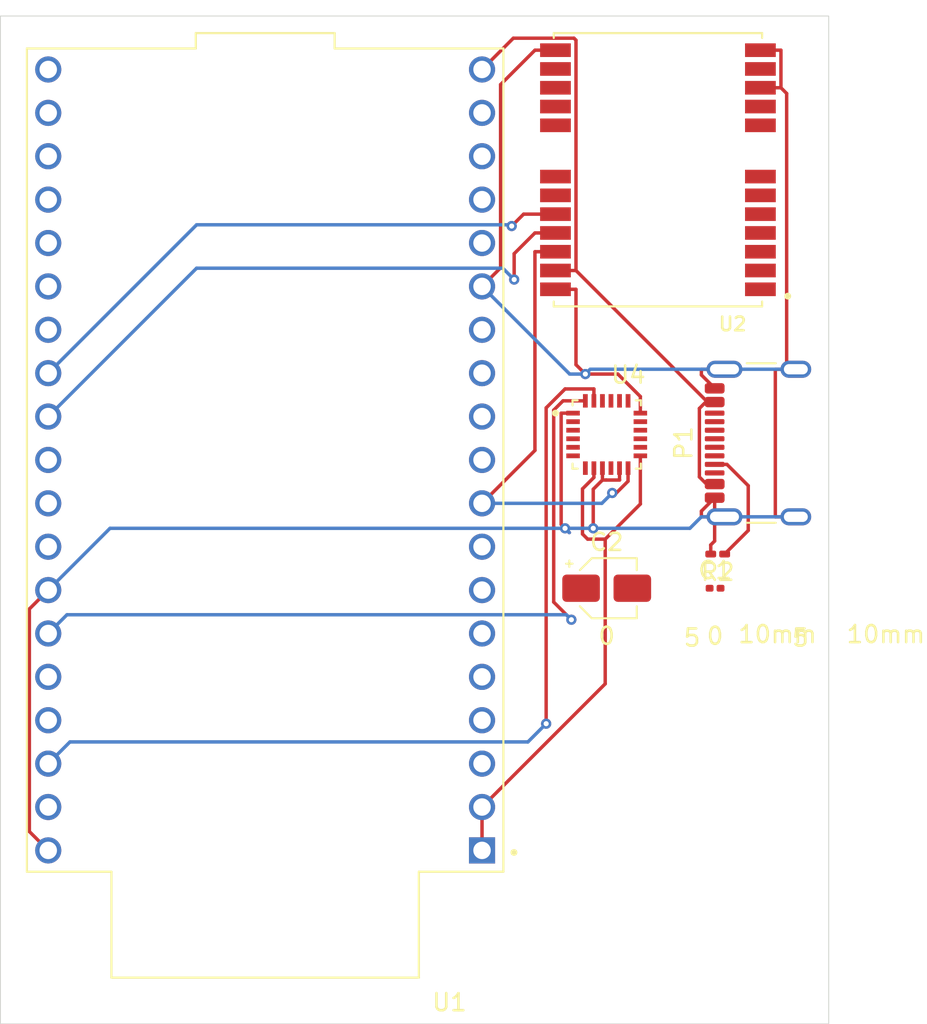
<source format=kicad_pcb>
(kicad_pcb (version 20241229) (generator "pcbnew") (generator_version "9.0")
  (layers (0 "F.Cu" signal) (2 "B.Cu" signal) (13 "F.Paste" user) (15 "B.Paste" user) (5 "F.SilkS" user "F.Silkscreen") (7 "B.SilkS" user "B.Silkscreen") (1 "F.Mask" user) (3 "B.Mask" user) (25 "Edge.Cuts" user))
  (net 0 "")
  (net 9 "Net-(U1-EXT_5V)")
  (net 11 "GND")
  (net 14 "Net-(P1-CC)")
  (net 15 "Net-(U1-IO16)")
  (net 19 "Net-(U1-IO25)")
  (net 20 "Net-(U1-IO21)")
  (net 22 "Net-(U1-3V3)")
  (net 24 "Net-(U1-IO22)")
  (net 32 "Net-(U1-IO17)")
  (net 58 "Net-(U4-CPOUT)")
  (net 61 "Net-(U4-REGOUT)")
  (footprint "ESP32-DEVKITC:MODULE_ESP32-DEVKITC" (layer "F.Cu") (at 111.5 79.5 180)
    (property "Reference" "U1" (at -10.795 -31.75 0) (layer "F.SilkS"))
    (property "Value" "ESP32-DEVKITC")
    (fp_line (start 13.95 24.1) (end 13.95 -24.1) (stroke (width 0.127)) (layer "F.SilkS"))
    (fp_line (start 13.95 -24.1) (end 9 -24.1) (stroke (width 0.127)) (layer "F.SilkS"))
    (fp_line (start 9 -30.3) (end 9 -24.1) (stroke (width 0.127)) (layer "F.SilkS"))
    (fp_line (start 4.06 25) (end 4.06 24.1) (stroke (width 0.127)) (layer "F.SilkS"))
    (fp_line (start 4.06 24.1) (end 13.95 24.1) (stroke (width 0.127)) (layer "F.SilkS"))
    (fp_line (start -4.07 25) (end 4.06 25) (stroke (width 0.127)) (layer "F.SilkS"))
    (fp_line (start -4.07 24.1) (end -4.07 25) (stroke (width 0.127)) (layer "F.SilkS"))
    (fp_line (start -9 -24.1) (end -9 -30.3) (stroke (width 0.127)) (layer "F.SilkS"))
    (fp_line (start -9 -24.1) (end -13.95 -24.1) (stroke (width 0.127)) (layer "F.SilkS"))
    (fp_line (start -9 -30.3) (end 9 -30.3) (stroke (width 0.127)) (layer "F.SilkS"))
    (fp_line (start -13.95 24.1) (end -4.07 24.1) (stroke (width 0.127)) (layer "F.SilkS"))
    (fp_line (start -13.95 -24.1) (end -13.95 24.1) (stroke (width 0.127)) (layer "F.SilkS"))
    (fp_circle (center -14.57 -22.97) (end -14.47 -22.97) (stroke (width 0.2)) (fill no) (layer "F.SilkS"))
    (pad "1" thru_hole rect (at -12.7 -22.85 180) (size 1.53 1.53) (drill 1.02) (layers "*.Cu" "*.Mask") (net 22 "Net-(U1-3V3)"))
    (pad "2" thru_hole circle (at -12.7 -20.31 180) (size 1.53 1.53) (drill 1.02) (layers "*.Cu" "*.Mask") (net 22 "Net-(U1-3V3)"))
    (pad "3" thru_hole circle (at -12.7 -17.77 180) (size 1.53 1.53) (drill 1.02) (layers "*.Cu" "*.Mask"))
    (pad "4" thru_hole circle (at -12.7 -15.23 180) (size 1.53 1.53) (drill 1.02) (layers "*.Cu" "*.Mask"))
    (pad "5" thru_hole circle (at -12.7 -12.69 180) (size 1.53 1.53) (drill 1.02) (layers "*.Cu" "*.Mask"))
    (pad "6" thru_hole circle (at -12.7 -10.15 180) (size 1.53 1.53) (drill 1.02) (layers "*.Cu" "*.Mask"))
    (pad "7" thru_hole circle (at -12.7 -7.61 180) (size 1.53 1.53) (drill 1.02) (layers "*.Cu" "*.Mask"))
    (pad "8" thru_hole circle (at -12.7 -5.07 180) (size 1.53 1.53) (drill 1.02) (layers "*.Cu" "*.Mask"))
    (pad "9" thru_hole circle (at -12.7 -2.53 180) (size 1.53 1.53) (drill 1.02) (layers "*.Cu" "*.Mask") (net 19 "Net-(U1-IO25)"))
    (pad "10" thru_hole circle (at -12.7 0.01 180) (size 1.53 1.53) (drill 1.02) (layers "*.Cu" "*.Mask"))
    (pad "11" thru_hole circle (at -12.7 2.55 180) (size 1.53 1.53) (drill 1.02) (layers "*.Cu" "*.Mask"))
    (pad "12" thru_hole circle (at -12.7 5.09 180) (size 1.53 1.53) (drill 1.02) (layers "*.Cu" "*.Mask"))
    (pad "13" thru_hole circle (at -12.7 7.63 180) (size 1.53 1.53) (drill 1.02) (layers "*.Cu" "*.Mask"))
    (pad "14" thru_hole circle (at -12.7 10.17 180) (size 1.53 1.53) (drill 1.02) (layers "*.Cu" "*.Mask") (net 11 "GND"))
    (pad "15" thru_hole circle (at -12.7 12.71 180) (size 1.53 1.53) (drill 1.02) (layers "*.Cu" "*.Mask"))
    (pad "16" thru_hole circle (at -12.7 15.25 180) (size 1.53 1.53) (drill 1.02) (layers "*.Cu" "*.Mask"))
    (pad "17" thru_hole circle (at -12.7 17.79 180) (size 1.53 1.53) (drill 1.02) (layers "*.Cu" "*.Mask"))
    (pad "18" thru_hole circle (at -12.7 20.33 180) (size 1.53 1.53) (drill 1.02) (layers "*.Cu" "*.Mask"))
    (pad "19" thru_hole circle (at -12.7 22.87 180) (size 1.53 1.53) (drill 1.02) (layers "*.Cu" "*.Mask") (net 9 "Net-(U1-EXT_5V)"))
    (pad "20" thru_hole circle (at 12.7 22.87 180) (size 1.53 1.53) (drill 1.02) (layers "*.Cu" "*.Mask"))
    (pad "21" thru_hole circle (at 12.7 20.33 180) (size 1.53 1.53) (drill 1.02) (layers "*.Cu" "*.Mask"))
    (pad "22" thru_hole circle (at 12.7 17.79 180) (size 1.53 1.53) (drill 1.02) (layers "*.Cu" "*.Mask"))
    (pad "23" thru_hole circle (at 12.7 15.25 180) (size 1.53 1.53) (drill 1.02) (layers "*.Cu" "*.Mask"))
    (pad "24" thru_hole circle (at 12.7 12.71 180) (size 1.53 1.53) (drill 1.02) (layers "*.Cu" "*.Mask"))
    (pad "25" thru_hole circle (at 12.7 10.17 180) (size 1.53 1.53) (drill 1.02) (layers "*.Cu" "*.Mask"))
    (pad "26" thru_hole circle (at 12.7 7.63 180) (size 1.53 1.53) (drill 1.02) (layers "*.Cu" "*.Mask"))
    (pad "27" thru_hole circle (at 12.7 5.09 180) (size 1.53 1.53) (drill 1.02) (layers "*.Cu" "*.Mask") (net 15 "Net-(U1-IO16)"))
    (pad "28" thru_hole circle (at 12.7 2.55 180) (size 1.53 1.53) (drill 1.02) (layers "*.Cu" "*.Mask") (net 32 "Net-(U1-IO17)"))
    (pad "29" thru_hole circle (at 12.7 0.01 180) (size 1.53 1.53) (drill 1.02) (layers "*.Cu" "*.Mask"))
    (pad "30" thru_hole circle (at 12.7 -2.53 180) (size 1.53 1.53) (drill 1.02) (layers "*.Cu" "*.Mask"))
    (pad "31" thru_hole circle (at 12.7 -5.07 180) (size 1.53 1.53) (drill 1.02) (layers "*.Cu" "*.Mask"))
    (pad "32" thru_hole circle (at 12.7 -7.61 180) (size 1.53 1.53) (drill 1.02) (layers "*.Cu" "*.Mask") (net 11 "GND"))
    (pad "33" thru_hole circle (at 12.7 -10.15 180) (size 1.53 1.53) (drill 1.02) (layers "*.Cu" "*.Mask") (net 20 "Net-(U1-IO21)"))
    (pad "34" thru_hole circle (at 12.7 -12.69 180) (size 1.53 1.53) (drill 1.02) (layers "*.Cu" "*.Mask"))
    (pad "35" thru_hole circle (at 12.7 -15.23 180) (size 1.53 1.53) (drill 1.02) (layers "*.Cu" "*.Mask"))
    (pad "36" thru_hole circle (at 12.7 -17.77 180) (size 1.53 1.53) (drill 1.02) (layers "*.Cu" "*.Mask") (net 24 "Net-(U1-IO22)"))
    (pad "37" thru_hole circle (at 12.7 -20.31 180) (size 1.53 1.53) (drill 1.02) (layers "*.Cu" "*.Mask"))
    (pad "38" thru_hole circle (at 12.7 -22.85 180) (size 1.53 1.53) (drill 1.02) (layers "*.Cu" "*.Mask") (net 11 "GND"))
  )
  (footprint "Resistor_SMD:R_0201_0603Metric_Pad0.64x0.40mm_HandSolder" (layer "F.Cu") (at 138 85 180)
    (property "Reference" "R2" (at 0 -1.05 0) (layer "F.SilkS"))
    (property "Value" "5.1k")
    (pad "1" smd roundrect (at -0.4075 0 180) (size 0.635 0.4) (layers "F.Cu" "F.Mask") (net 14 "Net-(P1-CC)"))
    (pad "2" smd roundrect (at 0.4075 0 180) (size 0.635 0.4) (layers "F.Cu" "F.Mask") (net 11 "GND"))
  )
  (footprint "Capacitor_SMD:C_0201_0603Metric" (layer "F.Cu") (at 137.845 87)
    (property "Reference" "C1" (at 0 -1.05 0) (layer "F.SilkS"))
    (property "Value" "0.1u")
    (fp_text user "0" (at 0 2.79908 0) (layer "F.SilkS"))
    (fp_text user "5" (at 4.99872 2.90068 0) (layer "F.SilkS"))
    (fp_text user "10mm" (at 9.99998 2.70002 0) (layer "F.SilkS"))
    (pad "1" smd roundrect (at -0.32 0) (size 0.46 0.4) (layers "F.Cu" "F.Mask"))
    (pad "2" smd roundrect (at 0.32 0) (size 0.46 0.4) (layers "F.Cu" "F.Mask"))
  )
  (footprint "NEO-6M-GPS:XCVR_NEO-6M-GPS" (layer "F.Cu") (at 134.5 62.5 180)
    (property "Reference" "U2" (at -4.37237 -9.03505 0) (layer "F.SilkS") (effects (font (size 0.8 0.8))))
    (property "Value" "NEO-6M-GPS")
    (fp_line (start 6.1 8) (end 6.1 7.72) (stroke (width 0.127)) (layer "F.SilkS"))
    (fp_line (start 6.1 -8) (end 6.1 -7.72) (stroke (width 0.127)) (layer "F.SilkS"))
    (fp_line (start -6.1 8) (end 6.1 8) (stroke (width 0.127)) (layer "F.SilkS"))
    (fp_line (start -6.1 7.72) (end -6.1 8) (stroke (width 0.127)) (layer "F.SilkS"))
    (fp_line (start -6.1 -7.72) (end -6.1 -8) (stroke (width 0.127)) (layer "F.SilkS"))
    (fp_line (start -6.1 -8) (end 6.1 -8) (stroke (width 0.127)) (layer "F.SilkS"))
    (fp_circle (center -7.6 -7.4) (end -7.5 -7.4) (stroke (width 0.2)) (fill no) (layer "F.SilkS"))
    (pad "1" smd rect (at -6 -7 180) (size 1.8 0.8) (layers "F.Cu" "F.Mask"))
    (pad "2" smd rect (at -6 -5.9 180) (size 1.8 0.8) (layers "F.Cu" "F.Mask"))
    (pad "3" smd rect (at -6 -4.8 180) (size 1.8 0.8) (layers "F.Cu" "F.Mask"))
    (pad "4" smd rect (at -6 -3.7 180) (size 1.8 0.8) (layers "F.Cu" "F.Mask"))
    (pad "5" smd rect (at -6 -2.6 180) (size 1.8 0.8) (layers "F.Cu" "F.Mask"))
    (pad "6" smd rect (at -6 -1.5 180) (size 1.8 0.8) (layers "F.Cu" "F.Mask"))
    (pad "7" smd rect (at -6 -0.4 180) (size 1.8 0.8) (layers "F.Cu" "F.Mask"))
    (pad "8" smd rect (at -6 2.6 180) (size 1.8 0.8) (layers "F.Cu" "F.Mask"))
    (pad "9" smd rect (at -6 3.7 180) (size 1.8 0.8) (layers "F.Cu" "F.Mask"))
    (pad "10" smd rect (at -6 4.8 180) (size 1.8 0.8) (layers "F.Cu" "F.Mask") (net 11 "GND"))
    (pad "11" smd rect (at -6 5.9 180) (size 1.8 0.8) (layers "F.Cu" "F.Mask"))
    (pad "12" smd rect (at -6 7 180) (size 1.8 0.8) (layers "F.Cu" "F.Mask") (net 11 "GND"))
    (pad "13" smd rect (at 6 7 180) (size 1.8 0.8) (layers "F.Cu" "F.Mask") (net 11 "GND"))
    (pad "14" smd rect (at 6 5.9 180) (size 1.8 0.8) (layers "F.Cu" "F.Mask"))
    (pad "15" smd rect (at 6 4.8 180) (size 1.8 0.8) (layers "F.Cu" "F.Mask"))
    (pad "16" smd rect (at 6 3.7 180) (size 1.8 0.8) (layers "F.Cu" "F.Mask"))
    (pad "17" smd rect (at 6 2.6 180) (size 1.8 0.8) (layers "F.Cu" "F.Mask"))
    (pad "18" smd rect (at 6 -0.4 180) (size 1.8 0.8) (layers "F.Cu" "F.Mask"))
    (pad "19" smd rect (at 6 -1.5 180) (size 1.8 0.8) (layers "F.Cu" "F.Mask"))
    (pad "20" smd rect (at 6 -2.6 180) (size 1.8 0.8) (layers "F.Cu" "F.Mask") (net 15 "Net-(U1-IO16)"))
    (pad "21" smd rect (at 6 -3.7 180) (size 1.8 0.8) (layers "F.Cu" "F.Mask") (net 32 "Net-(U1-IO17)"))
    (pad "22" smd rect (at 6 -4.8 180) (size 1.8 0.8) (layers "F.Cu" "F.Mask") (net 19 "Net-(U1-IO25)"))
    (pad "23" smd rect (at 6 -5.9 180) (size 1.8 0.8) (layers "F.Cu" "F.Mask") (net 9 "Net-(U1-EXT_5V)"))
    (pad "24" smd rect (at 6 -7 180) (size 1.8 0.8) (layers "F.Cu" "F.Mask") (net 11 "GND"))
  )
  (footprint "Capacitor_SMD:CP_Elec_3x5.4" (layer "F.Cu") (at 131.5 87)
    (property "Reference" "C2" (at 0 -2.7 0) (layer "F.SilkS"))
    (property "Value" "2.2n")
    (fp_line (start -2.375 -1.435) (end -2 -1.435) (stroke (width 0.12)) (layer "F.SilkS"))
    (fp_line (start -2.1875 -1.6225) (end -2.1875 -1.2475) (stroke (width 0.12)) (layer "F.SilkS"))
    (fp_line (start -1.570563 -1.06) (end -0.870563 -1.76) (stroke (width 0.12)) (layer "F.SilkS"))
    (fp_line (start -1.570563 1.06) (end -0.870563 1.76) (stroke (width 0.12)) (layer "F.SilkS"))
    (fp_line (start -0.870563 -1.76) (end 1.76 -1.76) (stroke (width 0.12)) (layer "F.SilkS"))
    (fp_line (start -0.870563 1.76) (end 1.76 1.76) (stroke (width 0.12)) (layer "F.SilkS"))
    (fp_line (start 1.76 -1.76) (end 1.76 -1.06) (stroke (width 0.12)) (layer "F.SilkS"))
    (fp_line (start 1.76 1.76) (end 1.76 1.06) (stroke (width 0.12)) (layer "F.SilkS"))
    (fp_text user "5" (at 4.99872 2.90068 0) (layer "F.SilkS"))
    (fp_text user "0" (at 0 2.79908 0) (layer "F.SilkS"))
    (fp_text user "10mm" (at 9.99998 2.70002 0) (layer "F.SilkS"))
    (pad "1" smd roundrect (at -1.5 0) (size 2.2 1.6) (layers "F.Cu" "F.Mask" "F.Paste") (roundrect_rratio 0.15625))
    (pad "2" smd roundrect (at 1.5 0) (size 2.2 1.6) (layers "F.Cu" "F.Mask" "F.Paste") (roundrect_rratio 0.15625))
  )
  (footprint "Battery:Battery_CR1225" (layer "F.Cu") (at 136 103.5)
    (property "Reference" "REF**" (hide yes))
    (property "Value" "Battery_CR1225")
  )
  (footprint "Connector_USB:USB_C_Receptacle_GCT_USB4105-xx-A_16P_TopMnt_Horizontal" (layer "F.Cu") (at 141.5 78.5 90)
    (property "Reference" "P1" (at 0 -5.5 90) (layer "F.SilkS"))
    (property "Value" "USB_C_Plug_USB2.0")
    (fp_line (start 4.67 -0.1) (end 4.67 -1.8) (stroke (width 0.12)) (layer "F.SilkS"))
    (fp_line (start -4.67 -0.1) (end -4.67 -1.8) (stroke (width 0.12)) (layer "F.SilkS"))
    (pad "" np_thru_hole circle (at -2.89 -2.605 90) (size 0.65 0.65) (drill 0.65) (layers "*.Cu" "*.Mask"))
    (pad "" np_thru_hole circle (at 2.89 -2.605 90) (size 0.65 0.65) (drill 0.65) (layers "*.Cu" "*.Mask"))
    (pad "A1" smd roundrect (at -3.2 -3.68 90) (size 0.6 1.15) (layers "F.Cu" "F.Mask" "F.Paste") (net 11 "GND"))
    (pad "A4" smd roundrect (at -2.4 -3.68 90) (size 0.6 1.15) (layers "F.Cu" "F.Mask" "F.Paste") (net 9 "Net-(U1-EXT_5V)"))
    (pad "A5" smd roundrect (at -1.25 -3.68 90) (size 0.3 1.15) (layers "F.Cu" "F.Mask" "F.Paste") (net 14 "Net-(P1-CC)"))
    (pad "A6" smd roundrect (at -0.25 -3.68 90) (size 0.3 1.15) (layers "F.Cu" "F.Mask" "F.Paste"))
    (pad "A7" smd roundrect (at 0.25 -3.68 90) (size 0.3 1.15) (layers "F.Cu" "F.Mask" "F.Paste"))
    (pad "A8" smd roundrect (at 1.25 -3.68 90) (size 0.3 1.15) (layers "F.Cu" "F.Mask" "F.Paste"))
    (pad "A9" smd roundrect (at 2.4 -3.68 90) (size 0.6 1.15) (layers "F.Cu" "F.Mask" "F.Paste") (net 9 "Net-(U1-EXT_5V)"))
    (pad "A12" smd roundrect (at 3.2 -3.68 90) (size 0.6 1.15) (layers "F.Cu" "F.Mask" "F.Paste") (net 11 "GND"))
    (pad "B1" smd roundrect (at 3.2 -3.68 90) (size 0.6 1.15) (layers "F.Cu" "F.Mask" "F.Paste") (net 11 "GND"))
    (pad "B4" smd roundrect (at 2.4 -3.68 90) (size 0.6 1.15) (layers "F.Cu" "F.Mask" "F.Paste") (net 9 "Net-(U1-EXT_5V)"))
    (pad "B5" smd roundrect (at 1.75 -3.68 90) (size 0.3 1.15) (layers "F.Cu" "F.Mask" "F.Paste"))
    (pad "B6" smd roundrect (at 0.75 -3.68 90) (size 0.3 1.15) (layers "F.Cu" "F.Mask" "F.Paste"))
    (pad "B7" smd roundrect (at -0.75 -3.68 90) (size 0.3 1.15) (layers "F.Cu" "F.Mask" "F.Paste"))
    (pad "B8" smd roundrect (at -1.75 -3.68 90) (size 0.3 1.15) (layers "F.Cu" "F.Mask" "F.Paste"))
    (pad "B9" smd roundrect (at -2.4 -3.68 90) (size 0.6 1.15) (layers "F.Cu" "F.Mask" "F.Paste") (net 9 "Net-(U1-EXT_5V)"))
    (pad "B12" smd roundrect (at -3.2 -3.68 90) (size 0.6 1.15) (layers "F.Cu" "F.Mask" "F.Paste") (net 11 "GND"))
    (pad "S1" thru_hole oval (at -4.32 -3.105 90) (size 1 2.1) (drill oval 0.6 1.7) (property pad_prop_heatsink) (layers "*.Cu" "*.Mask" "F.Paste") (net 11 "GND"))
    (pad "S1" thru_hole oval (at -4.32 1.075 90) (size 1 1.8) (drill oval 0.6 1.4) (property pad_prop_heatsink) (layers "*.Cu" "*.Mask" "F.Paste") (net 11 "GND"))
    (pad "S1" thru_hole oval (at 4.32 -3.105 90) (size 1 2.1) (drill oval 0.6 1.7) (property pad_prop_heatsink) (layers "*.Cu" "*.Mask" "F.Paste") (net 11 "GND"))
    (pad "S1" thru_hole oval (at 4.32 1.075 90) (size 1 1.8) (drill oval 0.6 1.4) (property pad_prop_heatsink) (layers "*.Cu" "*.Mask" "F.Paste") (net 11 "GND"))
  )
  (footprint "MPU-6050-A:QFN50P400X400X95-24N" (layer "F.Cu") (at 131.5 78)
    (property "Reference" "U4" (at 1.27 -3.4925 0) (layer "F.SilkS"))
    (property "Value" "MPU-6050-A")
    (fp_line (start -2 -2) (end -2 -1.705) (stroke (width 0.127)) (layer "F.SilkS"))
    (fp_line (start -2 -2) (end -1.705 -2) (stroke (width 0.127)) (layer "F.SilkS"))
    (fp_line (start -2 2) (end -2 1.705) (stroke (width 0.127)) (layer "F.SilkS"))
    (fp_line (start -2 2) (end -1.705 2) (stroke (width 0.127)) (layer "F.SilkS"))
    (fp_line (start 2 -2) (end 1.705 -2) (stroke (width 0.127)) (layer "F.SilkS"))
    (fp_line (start 2 -2) (end 2 -1.705) (stroke (width 0.127)) (layer "F.SilkS"))
    (fp_line (start 2 2) (end 1.705 2) (stroke (width 0.127)) (layer "F.SilkS"))
    (fp_line (start 2 2) (end 2 1.705) (stroke (width 0.127)) (layer "F.SilkS"))
    (fp_circle (center -3 -1.25) (end -2.9 -1.25) (stroke (width 0.2)) (fill no) (layer "F.SilkS"))
    (pad "1" smd rect (at -1.97 -1.25) (size 0.79 0.28) (layers "F.Cu" "F.Mask" "F.Paste") (net 11 "GND"))
    (pad "2" smd rect (at -1.97 -0.75) (size 0.79 0.28) (layers "F.Cu" "F.Mask" "F.Paste"))
    (pad "3" smd rect (at -1.97 -0.25) (size 0.79 0.28) (layers "F.Cu" "F.Mask" "F.Paste"))
    (pad "4" smd rect (at -1.97 0.25) (size 0.79 0.28) (layers "F.Cu" "F.Mask" "F.Paste"))
    (pad "5" smd rect (at -1.97 0.75) (size 0.79 0.28) (layers "F.Cu" "F.Mask" "F.Paste"))
    (pad "6" smd rect (at -1.97 1.25) (size 0.79 0.28) (layers "F.Cu" "F.Mask" "F.Paste"))
    (pad "7" smd rect (at -1.25 1.97) (size 0.28 0.79) (layers "F.Cu" "F.Mask" "F.Paste"))
    (pad "8" smd rect (at -0.75 1.97) (size 0.28 0.79) (layers "F.Cu" "F.Mask" "F.Paste") (net 22 "Net-(U1-3V3)"))
    (pad "9" smd rect (at -0.25 1.97) (size 0.28 0.79) (layers "F.Cu" "F.Mask" "F.Paste") (net 11 "GND"))
    (pad "10" smd rect (at 0.25 1.97) (size 0.28 0.79) (layers "F.Cu" "F.Mask" "F.Paste") (net 61 "Net-(U4-REGOUT)"))
    (pad "11" smd rect (at 0.75 1.97) (size 0.28 0.79) (layers "F.Cu" "F.Mask" "F.Paste") (net 11 "GND"))
    (pad "12" smd rect (at 1.25 1.97) (size 0.28 0.79) (layers "F.Cu" "F.Mask" "F.Paste") (net 19 "Net-(U1-IO25)"))
    (pad "13" smd rect (at 1.97 1.25) (size 0.79 0.28) (layers "F.Cu" "F.Mask" "F.Paste") (net 22 "Net-(U1-3V3)"))
    (pad "14" smd rect (at 1.97 0.75) (size 0.79 0.28) (layers "F.Cu" "F.Mask" "F.Paste"))
    (pad "15" smd rect (at 1.97 0.25) (size 0.79 0.28) (layers "F.Cu" "F.Mask" "F.Paste"))
    (pad "16" smd rect (at 1.97 -0.25) (size 0.79 0.28) (layers "F.Cu" "F.Mask" "F.Paste"))
    (pad "17" smd rect (at 1.97 -0.75) (size 0.79 0.28) (layers "F.Cu" "F.Mask" "F.Paste"))
    (pad "18" smd rect (at 1.97 -1.25) (size 0.79 0.28) (layers "F.Cu" "F.Mask" "F.Paste") (net 11 "GND"))
    (pad "19" smd rect (at 1.25 -1.97) (size 0.28 0.79) (layers "F.Cu" "F.Mask" "F.Paste"))
    (pad "20" smd rect (at 0.75 -1.97) (size 0.28 0.79) (layers "F.Cu" "F.Mask" "F.Paste") (net 58 "Net-(U4-CPOUT)"))
    (pad "21" smd rect (at 0.25 -1.97) (size 0.28 0.79) (layers "F.Cu" "F.Mask" "F.Paste"))
    (pad "22" smd rect (at -0.25 -1.97) (size 0.28 0.79) (layers "F.Cu" "F.Mask" "F.Paste"))
    (pad "23" smd rect (at -0.75 -1.97) (size 0.28 0.79) (layers "F.Cu" "F.Mask" "F.Paste") (net 24 "Net-(U1-IO22)"))
    (pad "24" smd rect (at -1.25 -1.97) (size 0.28 0.79) (layers "F.Cu" "F.Mask" "F.Paste") (net 20 "Net-(U1-IO21)"))
  )
  (gr_rect (start 96 53.5) (end 144.5 112.5) (stroke (width 0.05)) (fill no) (layer "Edge.Cuts"))
  (segment (start 128.5 68.4) (end 129.7017 68.4) (width 0.2) (layer "F.Cu") (net 9))
  (segment (start 137.82 76.1) (end 137.4017 76.1) (width 0.2) (layer "F.Cu") (net 9))
  (segment (start 136.9274 80.4874) (end 136.9274 76.4744) (width 0.2) (layer "F.Cu") (net 9))
  (segment (start 129.7017 68.4) (end 137.3518 76.05) (width 0.2) (layer "F.Cu") (net 9))
  (segment (start 136.9274 76.4744) (end 137.3518 76.05) (width 0.2) (layer "F.Cu") (net 9))
  (segment (start 124.2 56.63) (end 126.0317 54.7983) (width 0.2) (layer "F.Cu") (net 9))
  (segment (start 137.82 80.9) (end 137.34 80.9) (width 0.2) (layer "F.Cu") (net 9))
  (segment (start 137.34 80.9) (end 136.9274 80.4874) (width 0.2) (layer "F.Cu") (net 9))
  (segment (start 126.0317 54.7983) (end 129.5841 54.7983) (width 0.2) (layer "F.Cu") (net 9))
  (segment (start 137.4017 76.1) (end 137.3518 76.05) (width 0.2) (layer "F.Cu") (net 9))
  (segment (start 129.5841 54.7983) (end 129.7017 54.9159) (width 0.2) (layer "F.Cu") (net 9))
  (segment (start 129.7017 54.9159) (end 129.7017 68.4) (width 0.2) (layer "F.Cu") (net 9))
  (segment (start 125.2859 68.2441) (end 124.2 69.33) (width 0.2) (layer "F.Cu") (net 11))
  (segment (start 133.47 75.7771) (end 132.1556 74.4627) (width 0.2) (layer "F.Cu") (net 11))
  (segment (start 129.3101 83.7428) (end 129.061 83.4937) (width 0.2) (layer "F.Cu") (net 11))
  (segment (start 97.6939 88.2161) (end 97.6939 101.2439) (width 0.2) (layer "F.Cu") (net 11))
  (segment (start 132.25 79.97) (end 132.25 80.665) (width 0.2) (layer "F.Cu") (net 11))
  (segment (start 128.8333 83.266) (end 128.8333 76.75) (width 0.2) (layer "F.Cu") (net 11))
  (segment (start 137.82 81.7113) (end 137.8199 81.7113) (width 0.2) (layer "F.Cu") (net 11))
  (segment (start 131.4437 80.6667) (end 131.25 80.6667) (width 0.2) (layer "F.Cu") (net 11))
  (segment (start 132.25 80.6652) (end 132.25 80.6667) (width 0.2) (layer "F.Cu") (net 11))
  (segment (start 132.1556 74.4627) (end 130.25 74.4627) (width 0.2) (layer "F.Cu") (net 11))
  (segment (start 137.82 75.2887) (end 137.8199 75.2887) (width 0.2) (layer "F.Cu") (net 11))
  (segment (start 141.3733 74.18) (end 141.3733 82.82) (width 0.2) (layer "F.Cu") (net 11))
  (segment (start 142.0375 74.18) (end 142.0375 58.0358) (width 0.2) (layer "F.Cu") (net 11))
  (segment (start 138.395 74.18) (end 137.0433 74.18) (width 0.2) (layer "F.Cu") (net 11))
  (segment (start 98.8 87.11) (end 97.6939 88.2161) (width 0.2) (layer "F.Cu") (net 11))
  (segment (start 129.7017 73.9144) (end 130.25 74.4627) (width 0.2) (layer "F.Cu") (net 11))
  (segment (start 137.82 81.7) (end 137.82 81.7113) (width 0.2) (layer "F.Cu") (net 11))
  (segment (start 132.25 80.6667) (end 131.485 80.6667) (width 0.2) (layer "F.Cu") (net 11))
  (segment (start 142.575 74.18) (end 142.0375 74.18) (width 0.2) (layer "F.Cu") (net 11))
  (segment (start 140.5 57.7) (end 141.7017 57.7) (width 0.2) (layer "F.Cu") (net 11))
  (segment (start 127.2983 55.5) (end 125.2859 57.5124) (width 0.2) (layer "F.Cu") (net 11))
  (segment (start 128.5 69.5) (end 129.7017 69.5) (width 0.2) (layer "F.Cu") (net 11))
  (segment (start 137.5925 84.465) (end 137.82 84.2375) (width 0.2) (layer "F.Cu") (net 11))
  (segment (start 130.7115 83.4937) (end 130.7115 81.2052) (width 0.2) (layer "F.Cu") (net 11))
  (segment (start 137.82 75.3) (end 137.82 75.2887) (width 0.2) (layer "F.Cu") (net 11))
  (segment (start 142.0375 74.18) (end 141.3733 74.18) (width 0.2) (layer "F.Cu") (net 11))
  (segment (start 131.485 80.6667) (end 131.4437 80.6667) (width 0.2) (layer "F.Cu") (net 11))
  (segment (start 142.0375 58.0358) (end 141.7017 57.7) (width 0.2) (layer "F.Cu") (net 11))
  (segment (start 133.47 76.75) (end 133.47 75.7771) (width 0.2) (layer "F.Cu") (net 11))
  (segment (start 130.7115 81.2052) (end 131.25 80.6667) (width 0.2) (layer "F.Cu") (net 11))
  (segment (start 138.395 82.82) (end 137.0433 82.82) (width 0.2) (layer "F.Cu") (net 11))
  (segment (start 137.8199 75.2887) (end 137.0433 74.5121) (width 0.2) (layer "F.Cu") (net 11))
  (segment (start 137.0433 74.5121) (end 137.0433 74.18) (width 0.2) (layer "F.Cu") (net 11))
  (segment (start 129.53 76.75) (end 128.8333 76.75) (width 0.2) (layer "F.Cu") (net 11))
  (segment (start 131.25 79.97) (end 131.25 80.6667) (width 0.2) (layer "F.Cu") (net 11))
  (segment (start 137.0433 82.4879) (end 137.0433 82.82) (width 0.2) (layer "F.Cu") (net 11))
  (segment (start 141.7017 57.7) (end 141.7017 55.5) (width 0.2) (layer "F.Cu") (net 11))
  (segment (start 132.25 80.665) (end 132.25 80.6652) (width 0.2) (layer "F.Cu") (net 11))
  (segment (start 137.82 84.2375) (end 137.82 81.7) (width 0.2) (layer "F.Cu") (net 11))
  (segment (start 137.5925 85) (end 137.5925 84.465) (width 0.2) (layer "F.Cu") (net 11))
  (segment (start 128.5 55.5) (end 127.2983 55.5) (width 0.2) (layer "F.Cu") (net 11))
  (segment (start 129.3101 83.7428) (end 128.8333 83.266) (width 0.2) (layer "F.Cu") (net 11))
  (segment (start 129.7017 69.5) (end 129.7017 73.9144) (width 0.2) (layer "F.Cu") (net 11))
  (segment (start 97.6939 101.2439) (end 98.8 102.35) (width 0.2) (layer "F.Cu") (net 11))
  (segment (start 142.575 82.82) (end 141.3733 82.82) (width 0.2) (layer "F.Cu") (net 11))
  (segment (start 125.2859 57.5124) (end 125.2859 68.2441) (width 0.2) (layer "F.Cu") (net 11))
  (segment (start 137.8199 81.7113) (end 137.0433 82.4879) (width 0.2) (layer "F.Cu") (net 11))
  (segment (start 140.5 55.5) (end 141.7017 55.5) (width 0.2) (layer "F.Cu") (net 11))
  (via (at 130.25 74.4627) (size 0.6) (drill 0.3) (layers "F.Cu" "B.Cu") (net 11))
  (via (at 129.061 83.4937) (size 0.6) (drill 0.3) (layers "F.Cu" "B.Cu") (net 11))
  (via (at 130.7115 83.4937) (size 0.6) (drill 0.3) (layers "F.Cu" "B.Cu") (net 11))
  (segment (start 130.7115 83.4937) (end 136.3696 83.4937) (width 0.2) (layer "B.Cu") (net 11))
  (segment (start 130.5327 74.18) (end 130.25 74.4627) (width 0.2) (layer "B.Cu") (net 11))
  (segment (start 129.061 83.4937) (end 129.3101 83.7428) (width 0.2) (layer "B.Cu") (net 11))
  (segment (start 129.3101 83.7428) (end 129.061 83.4937) (width 0.2) (layer "B.Cu") (net 11))
  (segment (start 138.395 74.18) (end 130.5327 74.18) (width 0.2) (layer "B.Cu") (net 11))
  (segment (start 136.3696 83.4937) (end 137.0433 82.82) (width 0.2) (layer "B.Cu") (net 11))
  (segment (start 142.575 82.82) (end 138.395 82.82) (width 0.2) (layer "B.Cu") (net 11))
  (segment (start 102.4163 83.4937) (end 129.061 83.4937) (width 0.2) (layer "B.Cu") (net 11))
  (segment (start 142.575 74.18) (end 138.395 74.18) (width 0.2) (layer "B.Cu") (net 11))
  (segment (start 129.3327 74.4627) (end 130.25 74.4627) (width 0.2) (layer "B.Cu") (net 11))
  (segment (start 129.061 83.4937) (end 130.7115 83.4937) (width 0.2) (layer "B.Cu") (net 11))
  (segment (start 138.395 82.82) (end 137.0433 82.82) (width 0.2) (layer "B.Cu") (net 11))
  (segment (start 98.8 87.11) (end 102.4163 83.4937) (width 0.2) (layer "B.Cu") (net 11))
  (segment (start 124.2 69.33) (end 129.3327 74.4627) (width 0.2) (layer "B.Cu") (net 11))
  (segment (start 139.7873 80.9965) (end 139.7873 83.6202) (width 0.2) (layer "F.Cu") (net 14))
  (segment (start 137.82 79.75) (end 138.5408 79.75) (width 0.2) (layer "F.Cu") (net 14))
  (segment (start 139.7873 83.6202) (end 138.4075 85) (width 0.2) (layer "F.Cu") (net 14))
  (segment (start 138.5408 79.75) (end 139.7873 80.9965) (width 0.2) (layer "F.Cu") (net 14))
  (segment (start 126.6339 65.1) (end 128.5 65.1) (width 0.2) (layer "F.Cu") (net 15))
  (segment (start 125.9369 65.797) (end 126.6339 65.1) (width 0.2) (layer "F.Cu") (net 15))
  (via (at 125.9369 65.797) (size 0.6) (drill 0.3) (layers "F.Cu" "B.Cu") (net 15))
  (segment (start 98.8 74.41) (end 107.4867 65.7233) (width 0.2) (layer "B.Cu") (net 15))
  (segment (start 107.4867 65.7233) (end 125.8632 65.7233) (width 0.2) (layer "B.Cu") (net 15))
  (segment (start 125.8632 65.7233) (end 125.9369 65.797) (width 0.2) (layer "B.Cu") (net 15))
  (segment (start 132.0625 81.4242) (end 131.823 81.4242) (width 0.2) (layer "F.Cu") (net 19))
  (segment (start 132.75 80.7367) (end 132.0625 81.4242) (width 0.2) (layer "F.Cu") (net 19))
  (segment (start 132.75 79.97) (end 132.75 80.7367) (width 0.2) (layer "F.Cu") (net 19))
  (segment (start 127.2983 67.3) (end 127.2983 78.9317) (width 0.2) (layer "F.Cu") (net 19))
  (segment (start 127.2983 78.9317) (end 124.2 82.03) (width 0.2) (layer "F.Cu") (net 19))
  (segment (start 128.5 67.3) (end 127.2983 67.3) (width 0.2) (layer "F.Cu") (net 19))
  (via (at 131.823 81.4242) (size 0.6) (drill 0.3) (layers "F.Cu" "B.Cu") (net 19))
  (segment (start 131.2172 82.03) (end 131.823 81.4242) (width 0.2) (layer "B.Cu") (net 19))
  (segment (start 124.2 82.03) (end 131.2172 82.03) (width 0.2) (layer "B.Cu") (net 19))
  (segment (start 128.3974 87.8112) (end 129.4306 88.8444) (width 0.2) (layer "F.Cu") (net 20))
  (segment (start 128.9415 76.03) (end 128.3974 76.5741) (width 0.2) (layer "F.Cu") (net 20))
  (segment (start 130.25 76.03) (end 128.9415 76.03) (width 0.2) (layer "F.Cu") (net 20))
  (segment (start 128.3974 76.5741) (end 128.3974 87.8112) (width 0.2) (layer "F.Cu") (net 20))
  (via (at 129.4306 88.8444) (size 0.6) (drill 0.3) (layers "F.Cu" "B.Cu") (net 20))
  (segment (start 99.8959 88.5541) (end 98.8 89.65) (width 0.2) (layer "B.Cu") (net 20))
  (segment (start 129.4306 88.8444) (end 129.1403 88.5541) (width 0.2) (layer "B.Cu") (net 20))
  (segment (start 129.1403 88.5541) (end 99.8959 88.5541) (width 0.2) (layer "B.Cu") (net 20))
  (segment (start 130.3843 84.1279) (end 130.0818 83.8254) (width 0.2) (layer "F.Cu") (net 22))
  (segment (start 124.2 99.81) (end 131.413 92.597) (width 0.2) (layer "F.Cu") (net 22))
  (segment (start 124.2 99.81) (end 124.2 102.35) (width 0.2) (layer "F.Cu") (net 22))
  (segment (start 133.47 82.0709) (end 133.47 79.25) (width 0.2) (layer "F.Cu") (net 22))
  (segment (start 130.0818 81.1834) (end 130.75 80.5152) (width 0.2) (layer "F.Cu") (net 22))
  (segment (start 131.413 84.1279) (end 133.47 82.0709) (width 0.2) (layer "F.Cu") (net 22))
  (segment (start 130.75 80.5152) (end 130.75 79.97) (width 0.2) (layer "F.Cu") (net 22))
  (segment (start 131.413 92.597) (end 131.413 84.1279) (width 0.2) (layer "F.Cu") (net 22))
  (segment (start 130.0818 83.8254) (end 130.0818 81.1834) (width 0.2) (layer "F.Cu") (net 22))
  (segment (start 131.413 84.1279) (end 130.3843 84.1279) (width 0.2) (layer "F.Cu") (net 22))
  (segment (start 127.9547 76.4405) (end 127.9547 94.9324) (width 0.2) (layer "F.Cu") (net 24))
  (segment (start 129.0619 75.3333) (end 127.9547 76.4405) (width 0.2) (layer "F.Cu") (net 24))
  (segment (start 130.75 75.3333) (end 129.0619 75.3333) (width 0.2) (layer "F.Cu") (net 24))
  (segment (start 130.75 76.03) (end 130.75 75.3333) (width 0.2) (layer "F.Cu") (net 24))
  (via (at 127.9547 94.9324) (size 0.6) (drill 0.3) (layers "F.Cu" "B.Cu") (net 24))
  (segment (start 127.9547 94.9324) (end 126.8871 96) (width 0.2) (layer "B.Cu") (net 24))
  (segment (start 100.07 96) (end 98.8 97.27) (width 0.2) (layer "B.Cu") (net 24))
  (segment (start 126.8871 96) (end 100.07 96) (width 0.2) (layer "B.Cu") (net 24))
  (segment (start 126.0817 68.9295) (end 126.0817 67.4166) (width 0.2) (layer "F.Cu") (net 32))
  (segment (start 126.0817 67.4166) (end 127.2983 66.2) (width 0.2) (layer "F.Cu") (net 32))
  (segment (start 128.5 66.2) (end 127.2983 66.2) (width 0.2) (layer "F.Cu") (net 32))
  (via (at 126.0817 68.9295) (size 0.6) (drill 0.3) (layers "F.Cu" "B.Cu") (net 32))
  (segment (start 107.4867 68.2633) (end 125.4155 68.2633) (width 0.2) (layer "B.Cu") (net 32))
  (segment (start 125.4155 68.2633) (end 126.0817 68.9295) (width 0.2) (layer "B.Cu") (net 32))
  (segment (start 98.8 76.95) (end 107.4867 68.2633) (width 0.2) (layer "B.Cu") (net 32))
)
</source>
